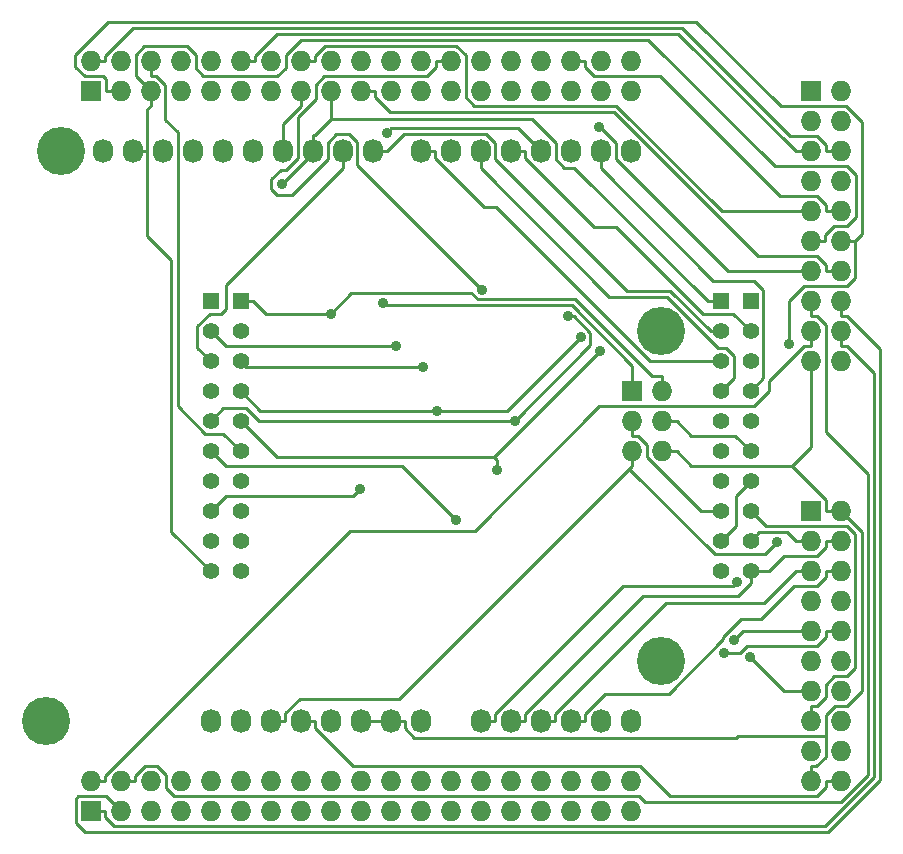
<source format=gtl>
G04 #@! TF.FileFunction,Copper,L1,Top,Signal*
%FSLAX46Y46*%
G04 Gerber Fmt 4.6, Leading zero omitted, Abs format (unit mm)*
G04 Created by KiCad (PCBNEW 4.0.2-stable) date 12/8/2016 2:04:04 PM*
%MOMM*%
G01*
G04 APERTURE LIST*
%ADD10C,0.150000*%
%ADD11R,1.727200X1.727200*%
%ADD12O,1.727200X1.727200*%
%ADD13R,1.397000X1.397000*%
%ADD14C,1.397000*%
%ADD15O,1.727200X2.032000*%
%ADD16C,4.064000*%
%ADD17C,0.889000*%
%ADD18C,0.254000*%
G04 APERTURE END LIST*
D10*
D11*
X259588000Y-157480000D03*
D12*
X262128000Y-157480000D03*
X259588000Y-160020000D03*
X262128000Y-160020000D03*
X259588000Y-162560000D03*
X262128000Y-162560000D03*
X259588000Y-165100000D03*
X262128000Y-165100000D03*
X259588000Y-167640000D03*
X262128000Y-167640000D03*
X259588000Y-170180000D03*
X262128000Y-170180000D03*
X259588000Y-172720000D03*
X262128000Y-172720000D03*
X259588000Y-175260000D03*
X262128000Y-175260000D03*
X259588000Y-177800000D03*
X262128000Y-177800000D03*
X259588000Y-180340000D03*
X262128000Y-180340000D03*
D13*
X208788000Y-139700000D03*
D14*
X208788000Y-142240000D03*
X208788000Y-144780000D03*
X208788000Y-147320000D03*
X208788000Y-149860000D03*
X208788000Y-152400000D03*
X208788000Y-154940000D03*
X208788000Y-157480000D03*
X208788000Y-160020000D03*
X208788000Y-162560000D03*
D13*
X254508000Y-139700000D03*
D14*
X254508000Y-142240000D03*
X254508000Y-144780000D03*
X254508000Y-147320000D03*
X254508000Y-149860000D03*
X254508000Y-152400000D03*
X254508000Y-154940000D03*
X254508000Y-157480000D03*
X254508000Y-160020000D03*
X254508000Y-162560000D03*
D13*
X211328000Y-139700000D03*
D14*
X211328000Y-142240000D03*
X211328000Y-144780000D03*
X211328000Y-147320000D03*
X211328000Y-149860000D03*
X211328000Y-152400000D03*
X211328000Y-154940000D03*
X211328000Y-157480000D03*
X211328000Y-160020000D03*
X211328000Y-162560000D03*
D13*
X251968000Y-139700000D03*
D14*
X251968000Y-142240000D03*
X251968000Y-144780000D03*
X251968000Y-147320000D03*
X251968000Y-149860000D03*
X251968000Y-152400000D03*
X251968000Y-154940000D03*
X251968000Y-157480000D03*
X251968000Y-160020000D03*
X251968000Y-162560000D03*
D15*
X208788000Y-175260000D03*
X211328000Y-175260000D03*
X213868000Y-175260000D03*
X216408000Y-175260000D03*
X218948000Y-175260000D03*
X221488000Y-175260000D03*
X224028000Y-175260000D03*
X226568000Y-175260000D03*
X231648000Y-175260000D03*
X234188000Y-175260000D03*
X236728000Y-175260000D03*
X239268000Y-175260000D03*
X241808000Y-175260000D03*
X244348000Y-175260000D03*
X199644000Y-127000000D03*
X202184000Y-127000000D03*
X204724000Y-127000000D03*
X207264000Y-127000000D03*
X209804000Y-127000000D03*
X212344000Y-127000000D03*
X214884000Y-127000000D03*
X217424000Y-127000000D03*
X219964000Y-127000000D03*
X222504000Y-127000000D03*
X226568000Y-127000000D03*
X229108000Y-127000000D03*
X231648000Y-127000000D03*
X234188000Y-127000000D03*
X236728000Y-127000000D03*
X239268000Y-127000000D03*
X241808000Y-127000000D03*
X244348000Y-127000000D03*
D16*
X194818000Y-175260000D03*
X246888000Y-170180000D03*
X196088000Y-127000000D03*
X246888000Y-142240000D03*
D11*
X244475000Y-147320000D03*
D12*
X247015000Y-147320000D03*
X244475000Y-149860000D03*
X247015000Y-149860000D03*
X244475000Y-152400000D03*
X247015000Y-152400000D03*
D11*
X198628000Y-182880000D03*
D12*
X198628000Y-180340000D03*
X201168000Y-182880000D03*
X201168000Y-180340000D03*
X203708000Y-182880000D03*
X203708000Y-180340000D03*
X206248000Y-182880000D03*
X206248000Y-180340000D03*
X208788000Y-182880000D03*
X208788000Y-180340000D03*
X211328000Y-182880000D03*
X211328000Y-180340000D03*
X213868000Y-182880000D03*
X213868000Y-180340000D03*
X216408000Y-182880000D03*
X216408000Y-180340000D03*
X218948000Y-182880000D03*
X218948000Y-180340000D03*
X221488000Y-182880000D03*
X221488000Y-180340000D03*
X224028000Y-182880000D03*
X224028000Y-180340000D03*
X226568000Y-182880000D03*
X226568000Y-180340000D03*
X229108000Y-182880000D03*
X229108000Y-180340000D03*
X231648000Y-182880000D03*
X231648000Y-180340000D03*
X234188000Y-182880000D03*
X234188000Y-180340000D03*
X236728000Y-182880000D03*
X236728000Y-180340000D03*
X239268000Y-182880000D03*
X239268000Y-180340000D03*
X241808000Y-182880000D03*
X241808000Y-180340000D03*
X244348000Y-182880000D03*
X244348000Y-180340000D03*
D11*
X198628000Y-121920000D03*
D12*
X198628000Y-119380000D03*
X201168000Y-121920000D03*
X201168000Y-119380000D03*
X203708000Y-121920000D03*
X203708000Y-119380000D03*
X206248000Y-121920000D03*
X206248000Y-119380000D03*
X208788000Y-121920000D03*
X208788000Y-119380000D03*
X211328000Y-121920000D03*
X211328000Y-119380000D03*
X213868000Y-121920000D03*
X213868000Y-119380000D03*
X216408000Y-121920000D03*
X216408000Y-119380000D03*
X218948000Y-121920000D03*
X218948000Y-119380000D03*
X221488000Y-121920000D03*
X221488000Y-119380000D03*
X224028000Y-121920000D03*
X224028000Y-119380000D03*
X226568000Y-121920000D03*
X226568000Y-119380000D03*
X229108000Y-121920000D03*
X229108000Y-119380000D03*
X231648000Y-121920000D03*
X231648000Y-119380000D03*
X234188000Y-121920000D03*
X234188000Y-119380000D03*
X236728000Y-121920000D03*
X236728000Y-119380000D03*
X239268000Y-121920000D03*
X239268000Y-119380000D03*
X241808000Y-121920000D03*
X241808000Y-119380000D03*
X244348000Y-121920000D03*
X244348000Y-119380000D03*
D11*
X259588000Y-121920000D03*
D12*
X262128000Y-121920000D03*
X259588000Y-124460000D03*
X262128000Y-124460000D03*
X259588000Y-127000000D03*
X262128000Y-127000000D03*
X259588000Y-129540000D03*
X262128000Y-129540000D03*
X259588000Y-132080000D03*
X262128000Y-132080000D03*
X259588000Y-134620000D03*
X262128000Y-134620000D03*
X259588000Y-137160000D03*
X262128000Y-137160000D03*
X259588000Y-139700000D03*
X262128000Y-139700000D03*
X259588000Y-142240000D03*
X262128000Y-142240000D03*
X259588000Y-144780000D03*
X262128000Y-144780000D03*
D17*
X218948000Y-140779800D03*
X256730800Y-160084300D03*
X253360600Y-163516500D03*
X229609000Y-158239600D03*
X224451800Y-143510000D03*
X226756400Y-145255900D03*
X234538100Y-149848600D03*
X253133400Y-168376600D03*
X239089100Y-140962300D03*
X223717100Y-125430600D03*
X221480900Y-155609900D03*
X252270800Y-169495100D03*
X214801400Y-129817800D03*
X257783100Y-143369200D03*
X241659800Y-124990100D03*
X231757400Y-138736500D03*
X223360900Y-139846900D03*
X227965500Y-148995000D03*
X240115400Y-142744500D03*
X241794700Y-143919600D03*
X233026700Y-154008200D03*
X254460000Y-169815400D03*
D18*
X247015000Y-147320000D02*
X247015000Y-146075100D01*
X211328000Y-139700000D02*
X212407800Y-139700000D01*
X213487600Y-140779800D02*
X212407800Y-139700000D01*
X218948000Y-140779800D02*
X213487600Y-140779800D01*
X246183600Y-146075100D02*
X247015000Y-146075100D01*
X239670800Y-139562300D02*
X246183600Y-146075100D01*
X231415400Y-139562300D02*
X239670800Y-139562300D01*
X230866500Y-139013400D02*
X231415400Y-139562300D01*
X220714400Y-139013400D02*
X230866500Y-139013400D01*
X218948000Y-140779800D02*
X220714400Y-139013400D01*
X260858000Y-178291900D02*
X260858000Y-176530000D01*
X260054800Y-179095100D02*
X260858000Y-178291900D01*
X259588000Y-179095100D02*
X260054800Y-179095100D01*
X221488000Y-175260000D02*
X224028000Y-175260000D01*
X253433800Y-176530000D02*
X260858000Y-176530000D01*
X253306400Y-176657400D02*
X253433800Y-176530000D01*
X226047900Y-176657400D02*
X253306400Y-176657400D01*
X225272900Y-175882400D02*
X226047900Y-176657400D01*
X225272900Y-175260000D02*
X225272900Y-175882400D01*
X259588000Y-180340000D02*
X259588000Y-179095100D01*
X224028000Y-175260000D02*
X225272900Y-175260000D01*
X263922000Y-159274000D02*
X262128000Y-157480000D01*
X263922000Y-172732000D02*
X263922000Y-159274000D01*
X262664000Y-173990000D02*
X263922000Y-172732000D01*
X261635800Y-173990000D02*
X262664000Y-173990000D01*
X260858000Y-174767800D02*
X261635800Y-173990000D01*
X260858000Y-176530000D02*
X260858000Y-174767800D01*
X247015000Y-152400000D02*
X248259900Y-152400000D01*
X262128000Y-157480000D02*
X260883100Y-157480000D01*
X259588000Y-152076400D02*
X258019500Y-153644900D01*
X259588000Y-144780000D02*
X259588000Y-152076400D01*
X249504800Y-153644900D02*
X258019500Y-153644900D01*
X248259900Y-152400000D02*
X249504800Y-153644900D01*
X260883100Y-156508500D02*
X260883100Y-157480000D01*
X258019500Y-153644900D02*
X260883100Y-156508500D01*
X216408000Y-175260000D02*
X217652900Y-175260000D01*
X262128000Y-180340000D02*
X260883100Y-180340000D01*
X260883100Y-180855800D02*
X260883100Y-180340000D01*
X260139100Y-181599800D02*
X260883100Y-180855800D01*
X247700000Y-181599800D02*
X260139100Y-181599800D01*
X245165100Y-179064900D02*
X247700000Y-181599800D01*
X220835400Y-179064900D02*
X245165100Y-179064900D01*
X217652900Y-175882400D02*
X220835400Y-179064900D01*
X217652900Y-175260000D02*
X217652900Y-175882400D01*
X213868000Y-175260000D02*
X215112900Y-175260000D01*
X244475000Y-152400000D02*
X244475000Y-153644900D01*
X244475000Y-153644900D02*
X244237800Y-153882100D01*
X224753900Y-173366000D02*
X244237800Y-153882100D01*
X216338700Y-173366000D02*
X224753900Y-173366000D01*
X215112900Y-174591800D02*
X216338700Y-173366000D01*
X215112900Y-175260000D02*
X215112900Y-174591800D01*
X255702900Y-161112200D02*
X256730800Y-160084300D01*
X251467900Y-161112200D02*
X255702900Y-161112200D01*
X244237800Y-153882100D02*
X251467900Y-161112200D01*
X231648000Y-175260000D02*
X232892900Y-175260000D01*
X253058200Y-163818900D02*
X253360600Y-163516500D01*
X243711600Y-163818900D02*
X253058200Y-163818900D01*
X232892900Y-174637600D02*
X243711600Y-163818900D01*
X232892900Y-175260000D02*
X232892900Y-174637600D01*
X257581500Y-159258400D02*
X258343100Y-160020000D01*
X255269600Y-159258400D02*
X257581500Y-159258400D01*
X254508000Y-160020000D02*
X255269600Y-159258400D01*
X259588000Y-160020000D02*
X258343100Y-160020000D01*
X262128000Y-160020000D02*
X260883100Y-160020000D01*
X260883100Y-160486900D02*
X260883100Y-160020000D01*
X260105100Y-161264900D02*
X260883100Y-160486900D01*
X257367200Y-161264900D02*
X260105100Y-161264900D01*
X256072100Y-162560000D02*
X257367200Y-161264900D01*
X254508000Y-162560000D02*
X256072100Y-162560000D01*
X234188000Y-175260000D02*
X235432900Y-175260000D01*
X254508000Y-163548600D02*
X254508000Y-162560000D01*
X253411900Y-164644700D02*
X254508000Y-163548600D01*
X245425800Y-164644700D02*
X253411900Y-164644700D01*
X235432900Y-174637600D02*
X245425800Y-164644700D01*
X235432900Y-175260000D02*
X235432900Y-174637600D01*
X236728000Y-175260000D02*
X237972900Y-175260000D01*
X259588000Y-162560000D02*
X258343100Y-162560000D01*
X255665600Y-165237500D02*
X258343100Y-162560000D01*
X247373000Y-165237500D02*
X255665600Y-165237500D01*
X237972900Y-174637600D02*
X247373000Y-165237500D01*
X237972900Y-175260000D02*
X237972900Y-174637600D01*
X210058000Y-153670000D02*
X208788000Y-152400000D01*
X225039400Y-153670000D02*
X210058000Y-153670000D01*
X229609000Y-158239600D02*
X225039400Y-153670000D01*
X239268000Y-175260000D02*
X240512900Y-175260000D01*
X262128000Y-162560000D02*
X260883100Y-162560000D01*
X240512900Y-174637600D02*
X240512900Y-175260000D01*
X242215100Y-172935400D02*
X240512900Y-174637600D01*
X247580300Y-172935400D02*
X242215100Y-172935400D01*
X252192600Y-168323100D02*
X247580300Y-172935400D01*
X252192600Y-168149600D02*
X252192600Y-168323100D01*
X253723700Y-166618500D02*
X252192600Y-168149600D01*
X255402000Y-166618500D02*
X253723700Y-166618500D01*
X258190500Y-163830000D02*
X255402000Y-166618500D01*
X260128900Y-163830000D02*
X258190500Y-163830000D01*
X260883100Y-163075800D02*
X260128900Y-163830000D01*
X260883100Y-162560000D02*
X260883100Y-163075800D01*
X210058000Y-143510000D02*
X224451800Y-143510000D01*
X208788000Y-142240000D02*
X210058000Y-143510000D01*
X211803900Y-145255900D02*
X226756400Y-145255900D01*
X211328000Y-144780000D02*
X211803900Y-145255900D01*
X222504000Y-127000000D02*
X223748900Y-127000000D01*
X225175700Y-125573200D02*
X223748900Y-127000000D01*
X232153100Y-125573200D02*
X225175700Y-125573200D01*
X232917900Y-126338000D02*
X232153100Y-125573200D01*
X232917900Y-127650200D02*
X232917900Y-126338000D01*
X244073400Y-138805700D02*
X232917900Y-127650200D01*
X247730900Y-138805700D02*
X244073400Y-138805700D01*
X251165200Y-142240000D02*
X247730900Y-138805700D01*
X251968000Y-142240000D02*
X251165200Y-142240000D01*
X246015200Y-144780000D02*
X251968000Y-144780000D01*
X233001300Y-131766100D02*
X246015200Y-144780000D01*
X231956600Y-131766100D02*
X233001300Y-131766100D01*
X227812900Y-127622400D02*
X231956600Y-131766100D01*
X227812900Y-127000000D02*
X227812900Y-127622400D01*
X226568000Y-127000000D02*
X227812900Y-127000000D01*
X253084400Y-146203600D02*
X251968000Y-147320000D01*
X253084400Y-144365600D02*
X253084400Y-146203600D01*
X252418900Y-143700100D02*
X253084400Y-144365600D01*
X251784700Y-143700100D02*
X252418900Y-143700100D01*
X247398600Y-139314000D02*
X251784700Y-143700100D01*
X242564700Y-139314000D02*
X247398600Y-139314000D01*
X231648000Y-128397300D02*
X242564700Y-139314000D01*
X231648000Y-127000000D02*
X231648000Y-128397300D01*
X259588000Y-167640000D02*
X258343100Y-167640000D01*
X212882200Y-149848600D02*
X234538100Y-149848600D01*
X211796200Y-148762600D02*
X212882200Y-149848600D01*
X209885400Y-148762600D02*
X211796200Y-148762600D01*
X208788000Y-149860000D02*
X209885400Y-148762600D01*
X239538300Y-140962300D02*
X239089100Y-140962300D01*
X240941200Y-142365200D02*
X239538300Y-140962300D01*
X240941200Y-143445500D02*
X240941200Y-142365200D01*
X234538100Y-149848600D02*
X240941200Y-143445500D01*
X253870000Y-167640000D02*
X253133400Y-168376600D01*
X258343100Y-167640000D02*
X253870000Y-167640000D01*
X224092700Y-125055000D02*
X223717100Y-125430600D01*
X234783000Y-125055000D02*
X224092700Y-125055000D01*
X236728000Y-127000000D02*
X234783000Y-125055000D01*
X210058000Y-156210000D02*
X208788000Y-157480000D01*
X220880800Y-156210000D02*
X210058000Y-156210000D01*
X221480900Y-155609900D02*
X220880800Y-156210000D01*
X262128000Y-167640000D02*
X260883100Y-167640000D01*
X260883100Y-168155800D02*
X260883100Y-167640000D01*
X260128900Y-168910000D02*
X260883100Y-168155800D01*
X254197700Y-168910000D02*
X260128900Y-168910000D01*
X253612600Y-169495100D02*
X254197700Y-168910000D01*
X252270800Y-169495100D02*
X253612600Y-169495100D01*
X253058200Y-140790200D02*
X254508000Y-142240000D01*
X250486600Y-140790200D02*
X253058200Y-140790200D01*
X243119100Y-133422700D02*
X250486600Y-140790200D01*
X241233200Y-133422700D02*
X243119100Y-133422700D01*
X235432900Y-127622400D02*
X241233200Y-133422700D01*
X235432900Y-127000000D02*
X235432900Y-127622400D01*
X234188000Y-127000000D02*
X235432900Y-127000000D01*
X217424000Y-127195200D02*
X214801400Y-129817800D01*
X217424000Y-127000000D02*
X217424000Y-127195200D01*
X218948000Y-121920000D02*
X218948000Y-123164900D01*
X251968000Y-139700000D02*
X250888200Y-139700000D01*
X218948000Y-123164900D02*
X218948000Y-124308200D01*
X217653500Y-125602700D02*
X218948000Y-124308200D01*
X217424000Y-125602700D02*
X217653500Y-125602700D01*
X239587600Y-128399400D02*
X250888200Y-139700000D01*
X238721800Y-128399400D02*
X239587600Y-128399400D01*
X237998000Y-127675600D02*
X238721800Y-128399400D01*
X237998000Y-126312400D02*
X237998000Y-127675600D01*
X235993800Y-124308200D02*
X237998000Y-126312400D01*
X218948000Y-124308200D02*
X235993800Y-124308200D01*
X217424000Y-127000000D02*
X217424000Y-125602700D01*
X214884000Y-124688900D02*
X214884000Y-127000000D01*
X216408000Y-123164900D02*
X214884000Y-124688900D01*
X216408000Y-121920000D02*
X216408000Y-123164900D01*
X198628000Y-182880000D02*
X199872900Y-182880000D01*
X262128000Y-142240000D02*
X262128000Y-143484900D01*
X262643800Y-143484900D02*
X262128000Y-143484900D01*
X264941100Y-145782200D02*
X262643800Y-143484900D01*
X264941100Y-180036200D02*
X264941100Y-145782200D01*
X260845800Y-184131500D02*
X264941100Y-180036200D01*
X200657600Y-184131500D02*
X260845800Y-184131500D01*
X199872900Y-183346800D02*
X200657600Y-184131500D01*
X199872900Y-182880000D02*
X199872900Y-183346800D01*
X259072200Y-143484900D02*
X259588000Y-143484900D01*
X256100100Y-146457000D02*
X259072200Y-143484900D01*
X256100100Y-147292500D02*
X256100100Y-146457000D01*
X254802600Y-148590000D02*
X256100100Y-147292500D01*
X241718200Y-148590000D02*
X254802600Y-148590000D01*
X231168200Y-159140000D02*
X241718200Y-148590000D01*
X220606100Y-159140000D02*
X231168200Y-159140000D01*
X199872900Y-179873200D02*
X220606100Y-159140000D01*
X199872900Y-180340000D02*
X199872900Y-179873200D01*
X198628000Y-180340000D02*
X199872900Y-180340000D01*
X259588000Y-142240000D02*
X259588000Y-143484900D01*
X262128000Y-139700000D02*
X262128000Y-140944900D01*
X262643800Y-140944900D02*
X262128000Y-140944900D01*
X265449400Y-143750500D02*
X262643800Y-140944900D01*
X265449400Y-180246700D02*
X265449400Y-143750500D01*
X261031800Y-184664300D02*
X265449400Y-180246700D01*
X198143700Y-184664300D02*
X261031800Y-184664300D01*
X197383000Y-183903600D02*
X198143700Y-184664300D01*
X197383000Y-181848100D02*
X197383000Y-183903600D01*
X197596100Y-181635000D02*
X197383000Y-181848100D01*
X199923000Y-181635000D02*
X197596100Y-181635000D01*
X201168000Y-182880000D02*
X199923000Y-181635000D01*
X201168000Y-121920000D02*
X199923100Y-121920000D01*
X262128000Y-134620000D02*
X263372900Y-134620000D01*
X263939100Y-134053800D02*
X263372900Y-134620000D01*
X263939100Y-124506300D02*
X263939100Y-134053800D01*
X262622800Y-123190000D02*
X263939100Y-124506300D01*
X257058800Y-123190000D02*
X262622800Y-123190000D01*
X249915700Y-116046900D02*
X257058800Y-123190000D01*
X200146500Y-116046900D02*
X249915700Y-116046900D01*
X197333100Y-118860300D02*
X200146500Y-116046900D01*
X197333100Y-119850600D02*
X197333100Y-118860300D01*
X198157600Y-120675100D02*
X197333100Y-119850600D01*
X199689700Y-120675100D02*
X198157600Y-120675100D01*
X199923100Y-120908500D02*
X199689700Y-120675100D01*
X199923100Y-121920000D02*
X199923100Y-120908500D01*
X257783100Y-139693100D02*
X257783100Y-143369200D01*
X259046200Y-138430000D02*
X257783100Y-139693100D01*
X262680600Y-138430000D02*
X259046200Y-138430000D01*
X263372900Y-137737700D02*
X262680600Y-138430000D01*
X263372900Y-134620000D02*
X263372900Y-137737700D01*
X252579600Y-137160000D02*
X259588000Y-137160000D01*
X243078000Y-127658400D02*
X252579600Y-137160000D01*
X243078000Y-126318200D02*
X243078000Y-127658400D01*
X241749900Y-124990100D02*
X243078000Y-126318200D01*
X241659800Y-124990100D02*
X241749900Y-124990100D01*
X259588000Y-134620000D02*
X260832900Y-134620000D01*
X202438000Y-120650000D02*
X203708000Y-121920000D01*
X202438000Y-118842300D02*
X202438000Y-120650000D01*
X203164100Y-118116200D02*
X202438000Y-118842300D01*
X206802100Y-118116200D02*
X203164100Y-118116200D01*
X207543000Y-118857100D02*
X206802100Y-118116200D01*
X207543000Y-119977700D02*
X207543000Y-118857100D01*
X208190300Y-120625000D02*
X207543000Y-119977700D01*
X214444400Y-120625000D02*
X208190300Y-120625000D01*
X215138000Y-119931400D02*
X214444400Y-120625000D01*
X215138000Y-118867600D02*
X215138000Y-119931400D01*
X216433700Y-117571900D02*
X215138000Y-118867600D01*
X245855000Y-117571900D02*
X216433700Y-117571900D01*
X256553100Y-128270000D02*
X245855000Y-117571900D01*
X262700900Y-128270000D02*
X256553100Y-128270000D01*
X263422700Y-128991800D02*
X262700900Y-128270000D01*
X263422700Y-132598900D02*
X263422700Y-128991800D01*
X262671600Y-133350000D02*
X263422700Y-132598900D01*
X261587100Y-133350000D02*
X262671600Y-133350000D01*
X260832900Y-134104200D02*
X261587100Y-133350000D01*
X260832900Y-134620000D02*
X260832900Y-134104200D01*
X203428900Y-123444000D02*
X203708000Y-123164900D01*
X203428900Y-127000000D02*
X203428900Y-123444000D01*
X202184000Y-127000000D02*
X203428900Y-127000000D01*
X203708000Y-121920000D02*
X203708000Y-123164900D01*
X203428900Y-134178500D02*
X203428900Y-127000000D01*
X205485600Y-136235200D02*
X203428900Y-134178500D01*
X205485600Y-159257600D02*
X205485600Y-136235200D01*
X208788000Y-162560000D02*
X205485600Y-159257600D01*
X221488000Y-121920000D02*
X222732900Y-121920000D01*
X262128000Y-137160000D02*
X260883100Y-137160000D01*
X207671700Y-143663700D02*
X208788000Y-144780000D01*
X207671700Y-141821800D02*
X207671700Y-143663700D01*
X208703300Y-140790200D02*
X207671700Y-141821800D01*
X209654100Y-140790200D02*
X208703300Y-140790200D01*
X210058000Y-140386300D02*
X209654100Y-140790200D01*
X210058000Y-138303300D02*
X210058000Y-140386300D01*
X219964000Y-128397300D02*
X210058000Y-138303300D01*
X219964000Y-127000000D02*
X219964000Y-128397300D01*
X260883100Y-136644200D02*
X260883100Y-137160000D01*
X260128900Y-135890000D02*
X260883100Y-136644200D01*
X255150900Y-135890000D02*
X260128900Y-135890000D01*
X242934300Y-123673400D02*
X255150900Y-135890000D01*
X224019500Y-123673400D02*
X242934300Y-123673400D01*
X222732900Y-122386800D02*
X224019500Y-123673400D01*
X222732900Y-121920000D02*
X222732900Y-122386800D01*
X253212900Y-151104900D02*
X254508000Y-152400000D01*
X249504800Y-151104900D02*
X253212900Y-151104900D01*
X248259900Y-149860000D02*
X249504800Y-151104900D01*
X247015000Y-149860000D02*
X248259900Y-149860000D01*
X221233900Y-128213000D02*
X231757400Y-138736500D01*
X221233900Y-126270000D02*
X221233900Y-128213000D01*
X220524600Y-125560700D02*
X221233900Y-126270000D01*
X219421200Y-125560700D02*
X220524600Y-125560700D01*
X218694000Y-126287900D02*
X219421200Y-125560700D01*
X218694000Y-127694200D02*
X218694000Y-126287900D01*
X215705900Y-130682300D02*
X218694000Y-127694200D01*
X214447700Y-130682300D02*
X215705900Y-130682300D01*
X213938200Y-130172800D02*
X214447700Y-130682300D01*
X213938200Y-129398500D02*
X213938200Y-130172800D01*
X214717600Y-128619100D02*
X213938200Y-129398500D01*
X215177900Y-128619100D02*
X214717600Y-128619100D01*
X216179000Y-127618000D02*
X215177900Y-128619100D01*
X216179000Y-124112900D02*
X216179000Y-127618000D01*
X217678000Y-122613900D02*
X216179000Y-124112900D01*
X217678000Y-121368600D02*
X217678000Y-122613900D01*
X218421700Y-120624900D02*
X217678000Y-121368600D01*
X227085100Y-120624900D02*
X218421700Y-120624900D01*
X227863100Y-119846900D02*
X227085100Y-120624900D01*
X227863100Y-119380000D02*
X227863100Y-119846900D01*
X229108000Y-119380000D02*
X227863100Y-119380000D01*
X244475000Y-147320000D02*
X244475000Y-146075100D01*
X253238000Y-158750000D02*
X251968000Y-160020000D01*
X253238000Y-156210000D02*
X253238000Y-158750000D01*
X254508000Y-154940000D02*
X253238000Y-156210000D01*
X244475000Y-145180200D02*
X244475000Y-146075100D01*
X239365400Y-140070600D02*
X244475000Y-145180200D01*
X223584600Y-140070600D02*
X239365400Y-140070600D01*
X223360900Y-139846900D02*
X223584600Y-140070600D01*
X250320300Y-157480000D02*
X251968000Y-157480000D01*
X245719900Y-152879600D02*
X250320300Y-157480000D01*
X245719900Y-151882900D02*
X245719900Y-152879600D01*
X244941900Y-151104900D02*
X245719900Y-151882900D01*
X244475000Y-151104900D02*
X244941900Y-151104900D01*
X244475000Y-149860000D02*
X244475000Y-151104900D01*
X241808000Y-127000000D02*
X241808000Y-128397300D01*
X255591700Y-146236300D02*
X254508000Y-147320000D01*
X255591700Y-138792600D02*
X255591700Y-146236300D01*
X254763500Y-137964400D02*
X255591700Y-138792600D01*
X251375100Y-137964400D02*
X254763500Y-137964400D01*
X241808000Y-128397300D02*
X251375100Y-137964400D01*
X259588000Y-175260000D02*
X259588000Y-174015100D01*
X255778000Y-158750000D02*
X254508000Y-157480000D01*
X262679000Y-158750000D02*
X255778000Y-158750000D01*
X263388600Y-159459600D02*
X262679000Y-158750000D01*
X263388600Y-170749600D02*
X263388600Y-159459600D01*
X262663200Y-171475000D02*
X263388600Y-170749600D01*
X261551600Y-171475000D02*
X262663200Y-171475000D01*
X260858000Y-172168600D02*
X261551600Y-171475000D01*
X260858000Y-173260900D02*
X260858000Y-172168600D01*
X260103800Y-174015100D02*
X260858000Y-173260900D01*
X259588000Y-174015100D02*
X260103800Y-174015100D01*
X260103800Y-140944900D02*
X259588000Y-140944900D01*
X260858000Y-141699100D02*
X260103800Y-140944900D01*
X260858000Y-150771800D02*
X260858000Y-141699100D01*
X264430400Y-154344200D02*
X260858000Y-150771800D01*
X264430400Y-179827900D02*
X264430400Y-154344200D01*
X262144700Y-182113600D02*
X264430400Y-179827900D01*
X245598400Y-182113600D02*
X262144700Y-182113600D01*
X245077100Y-181592300D02*
X245598400Y-182113600D01*
X205666500Y-181592300D02*
X245077100Y-181592300D01*
X204978000Y-180903800D02*
X205666500Y-181592300D01*
X204978000Y-179839400D02*
X204978000Y-180903800D01*
X204223100Y-179084500D02*
X204978000Y-179839400D01*
X203201600Y-179084500D02*
X204223100Y-179084500D01*
X202412900Y-179873200D02*
X203201600Y-179084500D01*
X202412900Y-180340000D02*
X202412900Y-179873200D01*
X201168000Y-180340000D02*
X202412900Y-180340000D01*
X259588000Y-139700000D02*
X259588000Y-140944900D01*
X213003000Y-148995000D02*
X227965500Y-148995000D01*
X211328000Y-147320000D02*
X213003000Y-148995000D01*
X233864900Y-148995000D02*
X240115400Y-142744500D01*
X227965500Y-148995000D02*
X233864900Y-148995000D01*
X214392600Y-152924600D02*
X232789700Y-152924600D01*
X211328000Y-149860000D02*
X214392600Y-152924600D01*
X232789700Y-152924600D02*
X241794700Y-143919600D01*
X233026700Y-153161600D02*
X232789700Y-152924600D01*
X233026700Y-154008200D02*
X233026700Y-153161600D01*
X198628000Y-119380000D02*
X199872900Y-119380000D01*
X262128000Y-127000000D02*
X260883100Y-127000000D01*
X260883100Y-126484200D02*
X260883100Y-127000000D01*
X260128900Y-125730000D02*
X260883100Y-126484200D01*
X257843400Y-125730000D02*
X260128900Y-125730000D01*
X248668700Y-116555300D02*
X257843400Y-125730000D01*
X202230800Y-116555300D02*
X248668700Y-116555300D01*
X199872900Y-118913200D02*
X202230800Y-116555300D01*
X199872900Y-119380000D02*
X199872900Y-118913200D01*
X209878100Y-150950100D02*
X211328000Y-152400000D01*
X208351100Y-150950100D02*
X209878100Y-150950100D01*
X205994000Y-148593000D02*
X208351100Y-150950100D01*
X205994000Y-125397700D02*
X205994000Y-148593000D01*
X204952900Y-124356600D02*
X205994000Y-125397700D01*
X204952900Y-121402900D02*
X204952900Y-124356600D01*
X204174900Y-120624900D02*
X204952900Y-121402900D01*
X203708000Y-120624900D02*
X204174900Y-120624900D01*
X203708000Y-119380000D02*
X203708000Y-120624900D01*
X211328000Y-119380000D02*
X212572900Y-119380000D01*
X259588000Y-127000000D02*
X258343100Y-127000000D01*
X248406700Y-117063600D02*
X258343100Y-127000000D01*
X214422500Y-117063600D02*
X248406700Y-117063600D01*
X212572900Y-118913200D02*
X214422500Y-117063600D01*
X212572900Y-119380000D02*
X212572900Y-118913200D01*
X252059900Y-132080000D02*
X259588000Y-132080000D01*
X243144900Y-123165000D02*
X252059900Y-132080000D01*
X231121600Y-123165000D02*
X243144900Y-123165000D01*
X230378000Y-122421400D02*
X231121600Y-123165000D01*
X230378000Y-118884400D02*
X230378000Y-122421400D01*
X229598900Y-118105300D02*
X230378000Y-118884400D01*
X218460800Y-118105300D02*
X229598900Y-118105300D01*
X217652900Y-118913200D02*
X218460800Y-118105300D01*
X217652900Y-119380000D02*
X217652900Y-118913200D01*
X216408000Y-119380000D02*
X217652900Y-119380000D01*
X260883100Y-131564200D02*
X260883100Y-132080000D01*
X260128900Y-130810000D02*
X260883100Y-131564200D01*
X256998600Y-130810000D02*
X260128900Y-130810000D01*
X246813500Y-120624900D02*
X256998600Y-130810000D01*
X241290900Y-120624900D02*
X246813500Y-120624900D01*
X240512900Y-119846900D02*
X241290900Y-120624900D01*
X240512900Y-119380000D02*
X240512900Y-119846900D01*
X239268000Y-119380000D02*
X240512900Y-119380000D01*
X262128000Y-132080000D02*
X260883100Y-132080000D01*
X257364600Y-172720000D02*
X259588000Y-172720000D01*
X254460000Y-169815400D02*
X257364600Y-172720000D01*
M02*

</source>
